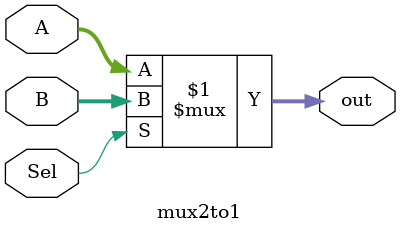
<source format=v>
`timescale 1ns / 1ps

module mux2to1 #(parameter N = 32)( input [N-1:0] A , B , // N bit inputs
												input Sel,
												output [N-1:0] out);
												
assign out = (Sel)?B:A;

endmodule

</source>
